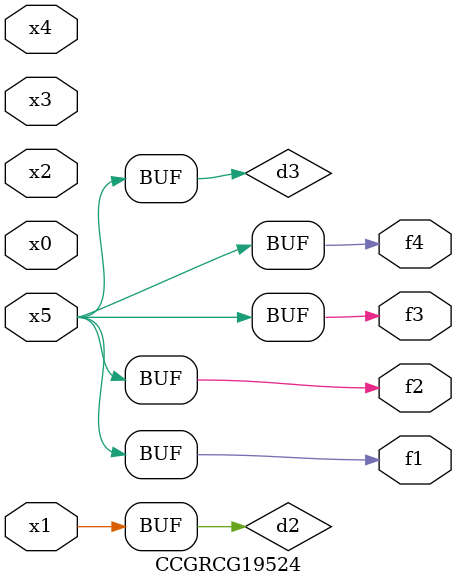
<source format=v>
module CCGRCG19524(
	input x0, x1, x2, x3, x4, x5,
	output f1, f2, f3, f4
);

	wire d1, d2, d3;

	not (d1, x5);
	or (d2, x1);
	xnor (d3, d1);
	assign f1 = d3;
	assign f2 = d3;
	assign f3 = d3;
	assign f4 = d3;
endmodule

</source>
